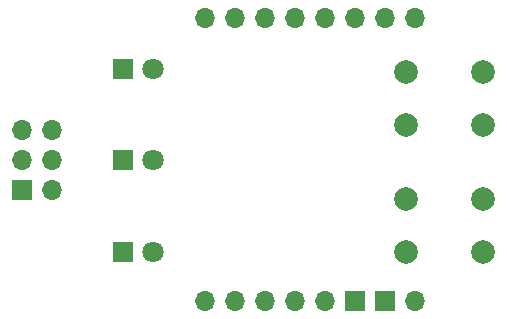
<source format=gbr>
%TF.GenerationSoftware,KiCad,Pcbnew,(6.0.9)*%
%TF.CreationDate,2024-02-06T02:56:22+01:00*%
%TF.ProjectId,HBW-1W-T10-Platine2,4842572d-3157-42d5-9431-302d506c6174,rev?*%
%TF.SameCoordinates,Original*%
%TF.FileFunction,Soldermask,Bot*%
%TF.FilePolarity,Negative*%
%FSLAX46Y46*%
G04 Gerber Fmt 4.6, Leading zero omitted, Abs format (unit mm)*
G04 Created by KiCad (PCBNEW (6.0.9)) date 2024-02-06 02:56:22*
%MOMM*%
%LPD*%
G01*
G04 APERTURE LIST*
%ADD10R,1.800000X1.800000*%
%ADD11C,1.800000*%
%ADD12C,2.000000*%
%ADD13O,1.700000X1.700000*%
%ADD14R,1.700000X1.700000*%
G04 APERTURE END LIST*
D10*
%TO.C,D3*%
X133725000Y-61500000D03*
D11*
X136265000Y-61500000D03*
%TD*%
D10*
%TO.C,D2*%
X133725000Y-77000000D03*
D11*
X136265000Y-77000000D03*
%TD*%
D12*
%TO.C,SW2*%
X157750000Y-72500000D03*
X164250000Y-72500000D03*
X157750000Y-77000000D03*
X164250000Y-77000000D03*
%TD*%
D13*
%TO.C,J2*%
X140717800Y-81191600D03*
X143257800Y-81191600D03*
X145797800Y-81191600D03*
X148337800Y-81191600D03*
X150877800Y-81191600D03*
D14*
X153417800Y-81191600D03*
X155957800Y-81191600D03*
D13*
X158497800Y-81191600D03*
%TD*%
D12*
%TO.C,SW1*%
X164250000Y-61750000D03*
X157750000Y-61750000D03*
X164250000Y-66250000D03*
X157750000Y-66250000D03*
%TD*%
D13*
%TO.C,J1*%
X140717800Y-57166600D03*
X143257800Y-57166600D03*
X145797800Y-57166600D03*
X148337800Y-57166600D03*
X150877800Y-57166600D03*
X153417800Y-57166600D03*
X155957800Y-57166600D03*
X158497800Y-57166600D03*
%TD*%
D10*
%TO.C,D1*%
X133725000Y-69250000D03*
D11*
X136265000Y-69250000D03*
%TD*%
D13*
%TO.C,J3*%
X127750000Y-71775000D03*
D14*
X125210000Y-71775000D03*
D13*
X127750000Y-69235000D03*
X125210000Y-69235000D03*
X127750000Y-66695000D03*
X125210000Y-66695000D03*
%TD*%
M02*

</source>
